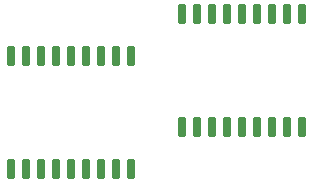
<source format=gbr>
%TF.GenerationSoftware,KiCad,Pcbnew,8.0.3*%
%TF.CreationDate,2024-07-12T14:10:18+09:00*%
%TF.ProjectId,Unit-LD8035E,556e6974-2d4c-4443-9830-3335452e6b69,rev?*%
%TF.SameCoordinates,Original*%
%TF.FileFunction,Paste,Top*%
%TF.FilePolarity,Positive*%
%FSLAX46Y46*%
G04 Gerber Fmt 4.6, Leading zero omitted, Abs format (unit mm)*
G04 Created by KiCad (PCBNEW 8.0.3) date 2024-07-12 14:10:18*
%MOMM*%
%LPD*%
G01*
G04 APERTURE LIST*
G04 Aperture macros list*
%AMRoundRect*
0 Rectangle with rounded corners*
0 $1 Rounding radius*
0 $2 $3 $4 $5 $6 $7 $8 $9 X,Y pos of 4 corners*
0 Add a 4 corners polygon primitive as box body*
4,1,4,$2,$3,$4,$5,$6,$7,$8,$9,$2,$3,0*
0 Add four circle primitives for the rounded corners*
1,1,$1+$1,$2,$3*
1,1,$1+$1,$4,$5*
1,1,$1+$1,$6,$7*
1,1,$1+$1,$8,$9*
0 Add four rect primitives between the rounded corners*
20,1,$1+$1,$2,$3,$4,$5,0*
20,1,$1+$1,$4,$5,$6,$7,0*
20,1,$1+$1,$6,$7,$8,$9,0*
20,1,$1+$1,$8,$9,$2,$3,0*%
G04 Aperture macros list end*
%ADD10RoundRect,0.150000X-0.150000X0.725000X-0.150000X-0.725000X0.150000X-0.725000X0.150000X0.725000X0*%
G04 APERTURE END LIST*
D10*
%TO.C,U2*%
X131953000Y-89400000D03*
X130683000Y-89400000D03*
X129413000Y-89400000D03*
X128143000Y-89400000D03*
X126873000Y-89400000D03*
X125603000Y-89400000D03*
X124333000Y-89400000D03*
X123063000Y-89400000D03*
X121793000Y-89400000D03*
X121793000Y-98950000D03*
X123063000Y-98950000D03*
X124333000Y-98950000D03*
X125603000Y-98950000D03*
X126873000Y-98950000D03*
X128143000Y-98950000D03*
X129413000Y-98950000D03*
X130683000Y-98950000D03*
X131953000Y-98950000D03*
%TD*%
%TO.C,U1*%
X117475000Y-92964000D03*
X116205000Y-92964000D03*
X114935000Y-92964000D03*
X113665000Y-92964000D03*
X112395000Y-92964000D03*
X111125000Y-92964000D03*
X109855000Y-92964000D03*
X108585000Y-92964000D03*
X107315000Y-92964000D03*
X107315000Y-102514000D03*
X108585000Y-102514000D03*
X109855000Y-102514000D03*
X111125000Y-102514000D03*
X112395000Y-102514000D03*
X113665000Y-102514000D03*
X114935000Y-102514000D03*
X116205000Y-102514000D03*
X117475000Y-102514000D03*
%TD*%
M02*

</source>
